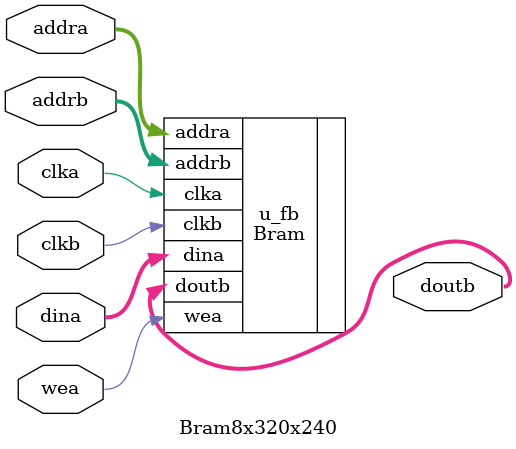
<source format=v>
`timescale 1ns / 1ps


module Bram8x320x240(
input [7:0] dina,
input [16:0] addra,
input clka,wea,clkb,
output [7:0] doutb,
input [16:0] addrb

    );
    
Bram u_fb(
        .clka ( clka),
        .wea  (wea),
        .addra( addra),
        .dina ( dina),
         
        .clkb ( clkb),
       .addrb ( addrb),
        .doutb ( doutb)
      );
endmodule

</source>
